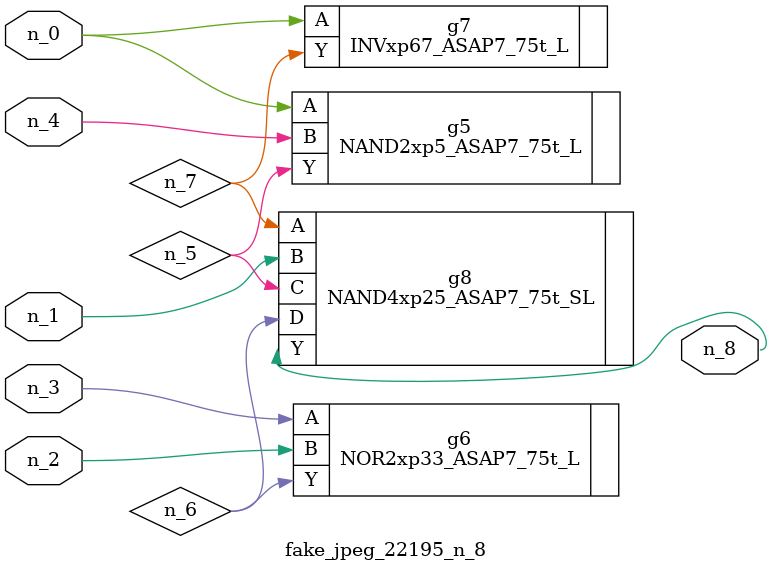
<source format=v>
module fake_jpeg_22195_n_8 (n_3, n_2, n_1, n_0, n_4, n_8);

input n_3;
input n_2;
input n_1;
input n_0;
input n_4;

output n_8;

wire n_6;
wire n_5;
wire n_7;

NAND2xp5_ASAP7_75t_L g5 ( 
.A(n_0),
.B(n_4),
.Y(n_5)
);

NOR2xp33_ASAP7_75t_L g6 ( 
.A(n_3),
.B(n_2),
.Y(n_6)
);

INVxp67_ASAP7_75t_L g7 ( 
.A(n_0),
.Y(n_7)
);

NAND4xp25_ASAP7_75t_SL g8 ( 
.A(n_7),
.B(n_1),
.C(n_5),
.D(n_6),
.Y(n_8)
);


endmodule
</source>
